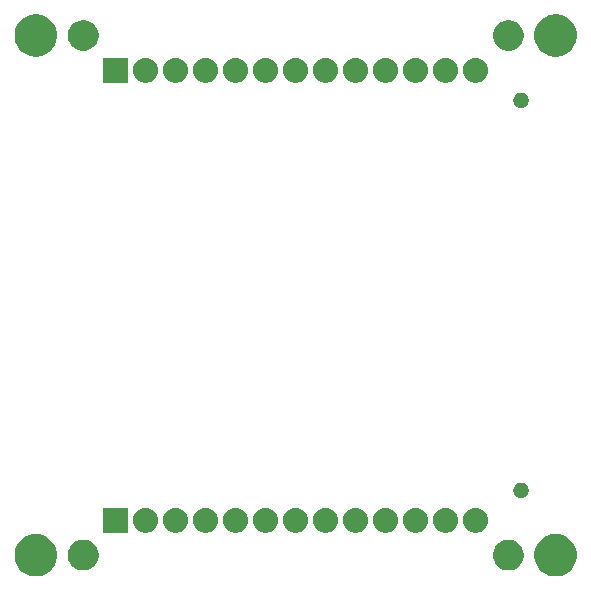
<source format=gbr>
G04 #@! TF.GenerationSoftware,KiCad,Pcbnew,5.1.2-f72e74a~84~ubuntu18.04.1*
G04 #@! TF.CreationDate,2019-07-12T15:11:00+09:00*
G04 #@! TF.ProjectId,bottom_pcb,626f7474-6f6d-45f7-9063-622e6b696361,rev?*
G04 #@! TF.SameCoordinates,Original*
G04 #@! TF.FileFunction,Soldermask,Top*
G04 #@! TF.FilePolarity,Negative*
%FSLAX46Y46*%
G04 Gerber Fmt 4.6, Leading zero omitted, Abs format (unit mm)*
G04 Created by KiCad (PCBNEW 5.1.2-f72e74a~84~ubuntu18.04.1) date 2019-07-12 15:11:00*
%MOMM*%
%LPD*%
G04 APERTURE LIST*
%ADD10C,0.100000*%
G04 APERTURE END LIST*
D10*
G36*
X147351163Y-95234587D02*
G01*
X147525041Y-95269173D01*
X147852620Y-95404861D01*
X148147433Y-95601849D01*
X148398151Y-95852567D01*
X148595139Y-96147380D01*
X148730827Y-96474959D01*
X148800000Y-96822716D01*
X148800000Y-97177284D01*
X148730827Y-97525041D01*
X148595139Y-97852620D01*
X148398151Y-98147433D01*
X148147433Y-98398151D01*
X147852620Y-98595139D01*
X147525041Y-98730827D01*
X147351162Y-98765414D01*
X147177286Y-98800000D01*
X146822714Y-98800000D01*
X146648837Y-98765413D01*
X146474959Y-98730827D01*
X146147380Y-98595139D01*
X145852567Y-98398151D01*
X145601849Y-98147433D01*
X145404861Y-97852620D01*
X145269173Y-97525041D01*
X145200000Y-97177284D01*
X145200000Y-96822716D01*
X145269173Y-96474959D01*
X145404861Y-96147380D01*
X145601849Y-95852567D01*
X145852567Y-95601849D01*
X146147380Y-95404861D01*
X146474959Y-95269173D01*
X146648838Y-95234586D01*
X146822714Y-95200000D01*
X147177286Y-95200000D01*
X147351163Y-95234587D01*
X147351163Y-95234587D01*
G37*
G36*
X103351163Y-95234587D02*
G01*
X103525041Y-95269173D01*
X103852620Y-95404861D01*
X104147433Y-95601849D01*
X104398151Y-95852567D01*
X104595139Y-96147380D01*
X104730827Y-96474959D01*
X104800000Y-96822716D01*
X104800000Y-97177284D01*
X104730827Y-97525041D01*
X104595139Y-97852620D01*
X104398151Y-98147433D01*
X104147433Y-98398151D01*
X103852620Y-98595139D01*
X103525041Y-98730827D01*
X103351162Y-98765414D01*
X103177286Y-98800000D01*
X102822714Y-98800000D01*
X102648837Y-98765413D01*
X102474959Y-98730827D01*
X102147380Y-98595139D01*
X101852567Y-98398151D01*
X101601849Y-98147433D01*
X101404861Y-97852620D01*
X101269173Y-97525041D01*
X101200000Y-97177284D01*
X101200000Y-96822716D01*
X101269173Y-96474959D01*
X101404861Y-96147380D01*
X101601849Y-95852567D01*
X101852567Y-95601849D01*
X102147380Y-95404861D01*
X102474959Y-95269173D01*
X102648838Y-95234586D01*
X102822714Y-95200000D01*
X103177286Y-95200000D01*
X103351163Y-95234587D01*
X103351163Y-95234587D01*
G37*
G36*
X107253617Y-95724979D02*
G01*
X107379196Y-95749958D01*
X107615781Y-95847955D01*
X107828702Y-95990224D01*
X108009776Y-96171298D01*
X108152045Y-96384219D01*
X108250042Y-96620804D01*
X108300000Y-96871961D01*
X108300000Y-97128039D01*
X108250042Y-97379196D01*
X108152045Y-97615781D01*
X108009776Y-97828702D01*
X107828702Y-98009776D01*
X107615781Y-98152045D01*
X107379196Y-98250042D01*
X107128040Y-98300000D01*
X106871960Y-98300000D01*
X106746383Y-98275021D01*
X106620804Y-98250042D01*
X106384219Y-98152045D01*
X106171298Y-98009776D01*
X105990224Y-97828702D01*
X105847955Y-97615781D01*
X105749958Y-97379196D01*
X105700000Y-97128039D01*
X105700000Y-96871961D01*
X105749958Y-96620804D01*
X105847955Y-96384219D01*
X105990224Y-96171298D01*
X106171298Y-95990224D01*
X106384219Y-95847955D01*
X106620804Y-95749958D01*
X106746383Y-95724979D01*
X106871960Y-95700000D01*
X107128040Y-95700000D01*
X107253617Y-95724979D01*
X107253617Y-95724979D01*
G37*
G36*
X143253617Y-95724979D02*
G01*
X143379196Y-95749958D01*
X143615781Y-95847955D01*
X143828702Y-95990224D01*
X144009776Y-96171298D01*
X144152045Y-96384219D01*
X144250042Y-96620804D01*
X144300000Y-96871961D01*
X144300000Y-97128039D01*
X144250042Y-97379196D01*
X144152045Y-97615781D01*
X144009776Y-97828702D01*
X143828702Y-98009776D01*
X143615781Y-98152045D01*
X143379196Y-98250042D01*
X143128040Y-98300000D01*
X142871960Y-98300000D01*
X142746383Y-98275021D01*
X142620804Y-98250042D01*
X142384219Y-98152045D01*
X142171298Y-98009776D01*
X141990224Y-97828702D01*
X141847955Y-97615781D01*
X141749958Y-97379196D01*
X141700000Y-97128039D01*
X141700000Y-96871961D01*
X141749958Y-96620804D01*
X141847955Y-96384219D01*
X141990224Y-96171298D01*
X142171298Y-95990224D01*
X142384219Y-95847955D01*
X142620804Y-95749958D01*
X142746383Y-95724979D01*
X142871960Y-95700000D01*
X143128040Y-95700000D01*
X143253617Y-95724979D01*
X143253617Y-95724979D01*
G37*
G36*
X125118707Y-93007596D02*
G01*
X125195836Y-93015193D01*
X125393762Y-93075233D01*
X125393765Y-93075234D01*
X125576170Y-93172732D01*
X125736055Y-93303945D01*
X125867268Y-93463830D01*
X125964766Y-93646235D01*
X125964767Y-93646238D01*
X126024807Y-93844164D01*
X126045080Y-94050000D01*
X126024807Y-94255836D01*
X125964767Y-94453762D01*
X125964766Y-94453765D01*
X125867268Y-94636170D01*
X125736055Y-94796055D01*
X125576170Y-94927268D01*
X125393765Y-95024766D01*
X125393762Y-95024767D01*
X125195836Y-95084807D01*
X125118707Y-95092403D01*
X125041580Y-95100000D01*
X124938420Y-95100000D01*
X124861293Y-95092403D01*
X124784164Y-95084807D01*
X124586238Y-95024767D01*
X124586235Y-95024766D01*
X124403830Y-94927268D01*
X124243945Y-94796055D01*
X124112732Y-94636170D01*
X124015234Y-94453765D01*
X124015233Y-94453762D01*
X123955193Y-94255836D01*
X123934920Y-94050000D01*
X123955193Y-93844164D01*
X124015233Y-93646238D01*
X124015234Y-93646235D01*
X124112732Y-93463830D01*
X124243945Y-93303945D01*
X124403830Y-93172732D01*
X124586235Y-93075234D01*
X124586238Y-93075233D01*
X124784164Y-93015193D01*
X124861293Y-93007596D01*
X124938420Y-93000000D01*
X125041580Y-93000000D01*
X125118707Y-93007596D01*
X125118707Y-93007596D01*
G37*
G36*
X110800000Y-95100000D02*
G01*
X108700000Y-95100000D01*
X108700000Y-93000000D01*
X110800000Y-93000000D01*
X110800000Y-95100000D01*
X110800000Y-95100000D01*
G37*
G36*
X112418707Y-93007596D02*
G01*
X112495836Y-93015193D01*
X112693762Y-93075233D01*
X112693765Y-93075234D01*
X112876170Y-93172732D01*
X113036055Y-93303945D01*
X113167268Y-93463830D01*
X113264766Y-93646235D01*
X113264767Y-93646238D01*
X113324807Y-93844164D01*
X113345080Y-94050000D01*
X113324807Y-94255836D01*
X113264767Y-94453762D01*
X113264766Y-94453765D01*
X113167268Y-94636170D01*
X113036055Y-94796055D01*
X112876170Y-94927268D01*
X112693765Y-95024766D01*
X112693762Y-95024767D01*
X112495836Y-95084807D01*
X112418707Y-95092403D01*
X112341580Y-95100000D01*
X112238420Y-95100000D01*
X112161293Y-95092403D01*
X112084164Y-95084807D01*
X111886238Y-95024767D01*
X111886235Y-95024766D01*
X111703830Y-94927268D01*
X111543945Y-94796055D01*
X111412732Y-94636170D01*
X111315234Y-94453765D01*
X111315233Y-94453762D01*
X111255193Y-94255836D01*
X111234920Y-94050000D01*
X111255193Y-93844164D01*
X111315233Y-93646238D01*
X111315234Y-93646235D01*
X111412732Y-93463830D01*
X111543945Y-93303945D01*
X111703830Y-93172732D01*
X111886235Y-93075234D01*
X111886238Y-93075233D01*
X112084164Y-93015193D01*
X112161293Y-93007596D01*
X112238420Y-93000000D01*
X112341580Y-93000000D01*
X112418707Y-93007596D01*
X112418707Y-93007596D01*
G37*
G36*
X114958707Y-93007596D02*
G01*
X115035836Y-93015193D01*
X115233762Y-93075233D01*
X115233765Y-93075234D01*
X115416170Y-93172732D01*
X115576055Y-93303945D01*
X115707268Y-93463830D01*
X115804766Y-93646235D01*
X115804767Y-93646238D01*
X115864807Y-93844164D01*
X115885080Y-94050000D01*
X115864807Y-94255836D01*
X115804767Y-94453762D01*
X115804766Y-94453765D01*
X115707268Y-94636170D01*
X115576055Y-94796055D01*
X115416170Y-94927268D01*
X115233765Y-95024766D01*
X115233762Y-95024767D01*
X115035836Y-95084807D01*
X114958707Y-95092403D01*
X114881580Y-95100000D01*
X114778420Y-95100000D01*
X114701293Y-95092403D01*
X114624164Y-95084807D01*
X114426238Y-95024767D01*
X114426235Y-95024766D01*
X114243830Y-94927268D01*
X114083945Y-94796055D01*
X113952732Y-94636170D01*
X113855234Y-94453765D01*
X113855233Y-94453762D01*
X113795193Y-94255836D01*
X113774920Y-94050000D01*
X113795193Y-93844164D01*
X113855233Y-93646238D01*
X113855234Y-93646235D01*
X113952732Y-93463830D01*
X114083945Y-93303945D01*
X114243830Y-93172732D01*
X114426235Y-93075234D01*
X114426238Y-93075233D01*
X114624164Y-93015193D01*
X114701293Y-93007596D01*
X114778420Y-93000000D01*
X114881580Y-93000000D01*
X114958707Y-93007596D01*
X114958707Y-93007596D01*
G37*
G36*
X117498707Y-93007596D02*
G01*
X117575836Y-93015193D01*
X117773762Y-93075233D01*
X117773765Y-93075234D01*
X117956170Y-93172732D01*
X118116055Y-93303945D01*
X118247268Y-93463830D01*
X118344766Y-93646235D01*
X118344767Y-93646238D01*
X118404807Y-93844164D01*
X118425080Y-94050000D01*
X118404807Y-94255836D01*
X118344767Y-94453762D01*
X118344766Y-94453765D01*
X118247268Y-94636170D01*
X118116055Y-94796055D01*
X117956170Y-94927268D01*
X117773765Y-95024766D01*
X117773762Y-95024767D01*
X117575836Y-95084807D01*
X117498707Y-95092403D01*
X117421580Y-95100000D01*
X117318420Y-95100000D01*
X117241293Y-95092403D01*
X117164164Y-95084807D01*
X116966238Y-95024767D01*
X116966235Y-95024766D01*
X116783830Y-94927268D01*
X116623945Y-94796055D01*
X116492732Y-94636170D01*
X116395234Y-94453765D01*
X116395233Y-94453762D01*
X116335193Y-94255836D01*
X116314920Y-94050000D01*
X116335193Y-93844164D01*
X116395233Y-93646238D01*
X116395234Y-93646235D01*
X116492732Y-93463830D01*
X116623945Y-93303945D01*
X116783830Y-93172732D01*
X116966235Y-93075234D01*
X116966238Y-93075233D01*
X117164164Y-93015193D01*
X117241293Y-93007596D01*
X117318420Y-93000000D01*
X117421580Y-93000000D01*
X117498707Y-93007596D01*
X117498707Y-93007596D01*
G37*
G36*
X120038707Y-93007596D02*
G01*
X120115836Y-93015193D01*
X120313762Y-93075233D01*
X120313765Y-93075234D01*
X120496170Y-93172732D01*
X120656055Y-93303945D01*
X120787268Y-93463830D01*
X120884766Y-93646235D01*
X120884767Y-93646238D01*
X120944807Y-93844164D01*
X120965080Y-94050000D01*
X120944807Y-94255836D01*
X120884767Y-94453762D01*
X120884766Y-94453765D01*
X120787268Y-94636170D01*
X120656055Y-94796055D01*
X120496170Y-94927268D01*
X120313765Y-95024766D01*
X120313762Y-95024767D01*
X120115836Y-95084807D01*
X120038707Y-95092403D01*
X119961580Y-95100000D01*
X119858420Y-95100000D01*
X119781293Y-95092403D01*
X119704164Y-95084807D01*
X119506238Y-95024767D01*
X119506235Y-95024766D01*
X119323830Y-94927268D01*
X119163945Y-94796055D01*
X119032732Y-94636170D01*
X118935234Y-94453765D01*
X118935233Y-94453762D01*
X118875193Y-94255836D01*
X118854920Y-94050000D01*
X118875193Y-93844164D01*
X118935233Y-93646238D01*
X118935234Y-93646235D01*
X119032732Y-93463830D01*
X119163945Y-93303945D01*
X119323830Y-93172732D01*
X119506235Y-93075234D01*
X119506238Y-93075233D01*
X119704164Y-93015193D01*
X119781293Y-93007596D01*
X119858420Y-93000000D01*
X119961580Y-93000000D01*
X120038707Y-93007596D01*
X120038707Y-93007596D01*
G37*
G36*
X122578707Y-93007596D02*
G01*
X122655836Y-93015193D01*
X122853762Y-93075233D01*
X122853765Y-93075234D01*
X123036170Y-93172732D01*
X123196055Y-93303945D01*
X123327268Y-93463830D01*
X123424766Y-93646235D01*
X123424767Y-93646238D01*
X123484807Y-93844164D01*
X123505080Y-94050000D01*
X123484807Y-94255836D01*
X123424767Y-94453762D01*
X123424766Y-94453765D01*
X123327268Y-94636170D01*
X123196055Y-94796055D01*
X123036170Y-94927268D01*
X122853765Y-95024766D01*
X122853762Y-95024767D01*
X122655836Y-95084807D01*
X122578707Y-95092403D01*
X122501580Y-95100000D01*
X122398420Y-95100000D01*
X122321293Y-95092403D01*
X122244164Y-95084807D01*
X122046238Y-95024767D01*
X122046235Y-95024766D01*
X121863830Y-94927268D01*
X121703945Y-94796055D01*
X121572732Y-94636170D01*
X121475234Y-94453765D01*
X121475233Y-94453762D01*
X121415193Y-94255836D01*
X121394920Y-94050000D01*
X121415193Y-93844164D01*
X121475233Y-93646238D01*
X121475234Y-93646235D01*
X121572732Y-93463830D01*
X121703945Y-93303945D01*
X121863830Y-93172732D01*
X122046235Y-93075234D01*
X122046238Y-93075233D01*
X122244164Y-93015193D01*
X122321293Y-93007596D01*
X122398420Y-93000000D01*
X122501580Y-93000000D01*
X122578707Y-93007596D01*
X122578707Y-93007596D01*
G37*
G36*
X127658707Y-93007596D02*
G01*
X127735836Y-93015193D01*
X127933762Y-93075233D01*
X127933765Y-93075234D01*
X128116170Y-93172732D01*
X128276055Y-93303945D01*
X128407268Y-93463830D01*
X128504766Y-93646235D01*
X128504767Y-93646238D01*
X128564807Y-93844164D01*
X128585080Y-94050000D01*
X128564807Y-94255836D01*
X128504767Y-94453762D01*
X128504766Y-94453765D01*
X128407268Y-94636170D01*
X128276055Y-94796055D01*
X128116170Y-94927268D01*
X127933765Y-95024766D01*
X127933762Y-95024767D01*
X127735836Y-95084807D01*
X127658707Y-95092403D01*
X127581580Y-95100000D01*
X127478420Y-95100000D01*
X127401293Y-95092403D01*
X127324164Y-95084807D01*
X127126238Y-95024767D01*
X127126235Y-95024766D01*
X126943830Y-94927268D01*
X126783945Y-94796055D01*
X126652732Y-94636170D01*
X126555234Y-94453765D01*
X126555233Y-94453762D01*
X126495193Y-94255836D01*
X126474920Y-94050000D01*
X126495193Y-93844164D01*
X126555233Y-93646238D01*
X126555234Y-93646235D01*
X126652732Y-93463830D01*
X126783945Y-93303945D01*
X126943830Y-93172732D01*
X127126235Y-93075234D01*
X127126238Y-93075233D01*
X127324164Y-93015193D01*
X127401293Y-93007596D01*
X127478420Y-93000000D01*
X127581580Y-93000000D01*
X127658707Y-93007596D01*
X127658707Y-93007596D01*
G37*
G36*
X130198707Y-93007596D02*
G01*
X130275836Y-93015193D01*
X130473762Y-93075233D01*
X130473765Y-93075234D01*
X130656170Y-93172732D01*
X130816055Y-93303945D01*
X130947268Y-93463830D01*
X131044766Y-93646235D01*
X131044767Y-93646238D01*
X131104807Y-93844164D01*
X131125080Y-94050000D01*
X131104807Y-94255836D01*
X131044767Y-94453762D01*
X131044766Y-94453765D01*
X130947268Y-94636170D01*
X130816055Y-94796055D01*
X130656170Y-94927268D01*
X130473765Y-95024766D01*
X130473762Y-95024767D01*
X130275836Y-95084807D01*
X130198707Y-95092403D01*
X130121580Y-95100000D01*
X130018420Y-95100000D01*
X129941293Y-95092403D01*
X129864164Y-95084807D01*
X129666238Y-95024767D01*
X129666235Y-95024766D01*
X129483830Y-94927268D01*
X129323945Y-94796055D01*
X129192732Y-94636170D01*
X129095234Y-94453765D01*
X129095233Y-94453762D01*
X129035193Y-94255836D01*
X129014920Y-94050000D01*
X129035193Y-93844164D01*
X129095233Y-93646238D01*
X129095234Y-93646235D01*
X129192732Y-93463830D01*
X129323945Y-93303945D01*
X129483830Y-93172732D01*
X129666235Y-93075234D01*
X129666238Y-93075233D01*
X129864164Y-93015193D01*
X129941293Y-93007596D01*
X130018420Y-93000000D01*
X130121580Y-93000000D01*
X130198707Y-93007596D01*
X130198707Y-93007596D01*
G37*
G36*
X135278707Y-93007596D02*
G01*
X135355836Y-93015193D01*
X135553762Y-93075233D01*
X135553765Y-93075234D01*
X135736170Y-93172732D01*
X135896055Y-93303945D01*
X136027268Y-93463830D01*
X136124766Y-93646235D01*
X136124767Y-93646238D01*
X136184807Y-93844164D01*
X136205080Y-94050000D01*
X136184807Y-94255836D01*
X136124767Y-94453762D01*
X136124766Y-94453765D01*
X136027268Y-94636170D01*
X135896055Y-94796055D01*
X135736170Y-94927268D01*
X135553765Y-95024766D01*
X135553762Y-95024767D01*
X135355836Y-95084807D01*
X135278707Y-95092403D01*
X135201580Y-95100000D01*
X135098420Y-95100000D01*
X135021293Y-95092403D01*
X134944164Y-95084807D01*
X134746238Y-95024767D01*
X134746235Y-95024766D01*
X134563830Y-94927268D01*
X134403945Y-94796055D01*
X134272732Y-94636170D01*
X134175234Y-94453765D01*
X134175233Y-94453762D01*
X134115193Y-94255836D01*
X134094920Y-94050000D01*
X134115193Y-93844164D01*
X134175233Y-93646238D01*
X134175234Y-93646235D01*
X134272732Y-93463830D01*
X134403945Y-93303945D01*
X134563830Y-93172732D01*
X134746235Y-93075234D01*
X134746238Y-93075233D01*
X134944164Y-93015193D01*
X135021293Y-93007596D01*
X135098420Y-93000000D01*
X135201580Y-93000000D01*
X135278707Y-93007596D01*
X135278707Y-93007596D01*
G37*
G36*
X137818707Y-93007596D02*
G01*
X137895836Y-93015193D01*
X138093762Y-93075233D01*
X138093765Y-93075234D01*
X138276170Y-93172732D01*
X138436055Y-93303945D01*
X138567268Y-93463830D01*
X138664766Y-93646235D01*
X138664767Y-93646238D01*
X138724807Y-93844164D01*
X138745080Y-94050000D01*
X138724807Y-94255836D01*
X138664767Y-94453762D01*
X138664766Y-94453765D01*
X138567268Y-94636170D01*
X138436055Y-94796055D01*
X138276170Y-94927268D01*
X138093765Y-95024766D01*
X138093762Y-95024767D01*
X137895836Y-95084807D01*
X137818707Y-95092403D01*
X137741580Y-95100000D01*
X137638420Y-95100000D01*
X137561293Y-95092403D01*
X137484164Y-95084807D01*
X137286238Y-95024767D01*
X137286235Y-95024766D01*
X137103830Y-94927268D01*
X136943945Y-94796055D01*
X136812732Y-94636170D01*
X136715234Y-94453765D01*
X136715233Y-94453762D01*
X136655193Y-94255836D01*
X136634920Y-94050000D01*
X136655193Y-93844164D01*
X136715233Y-93646238D01*
X136715234Y-93646235D01*
X136812732Y-93463830D01*
X136943945Y-93303945D01*
X137103830Y-93172732D01*
X137286235Y-93075234D01*
X137286238Y-93075233D01*
X137484164Y-93015193D01*
X137561293Y-93007596D01*
X137638420Y-93000000D01*
X137741580Y-93000000D01*
X137818707Y-93007596D01*
X137818707Y-93007596D01*
G37*
G36*
X132738707Y-93007596D02*
G01*
X132815836Y-93015193D01*
X133013762Y-93075233D01*
X133013765Y-93075234D01*
X133196170Y-93172732D01*
X133356055Y-93303945D01*
X133487268Y-93463830D01*
X133584766Y-93646235D01*
X133584767Y-93646238D01*
X133644807Y-93844164D01*
X133665080Y-94050000D01*
X133644807Y-94255836D01*
X133584767Y-94453762D01*
X133584766Y-94453765D01*
X133487268Y-94636170D01*
X133356055Y-94796055D01*
X133196170Y-94927268D01*
X133013765Y-95024766D01*
X133013762Y-95024767D01*
X132815836Y-95084807D01*
X132738707Y-95092403D01*
X132661580Y-95100000D01*
X132558420Y-95100000D01*
X132481293Y-95092403D01*
X132404164Y-95084807D01*
X132206238Y-95024767D01*
X132206235Y-95024766D01*
X132023830Y-94927268D01*
X131863945Y-94796055D01*
X131732732Y-94636170D01*
X131635234Y-94453765D01*
X131635233Y-94453762D01*
X131575193Y-94255836D01*
X131554920Y-94050000D01*
X131575193Y-93844164D01*
X131635233Y-93646238D01*
X131635234Y-93646235D01*
X131732732Y-93463830D01*
X131863945Y-93303945D01*
X132023830Y-93172732D01*
X132206235Y-93075234D01*
X132206238Y-93075233D01*
X132404164Y-93015193D01*
X132481293Y-93007596D01*
X132558420Y-93000000D01*
X132661580Y-93000000D01*
X132738707Y-93007596D01*
X132738707Y-93007596D01*
G37*
G36*
X140358707Y-93007596D02*
G01*
X140435836Y-93015193D01*
X140633762Y-93075233D01*
X140633765Y-93075234D01*
X140816170Y-93172732D01*
X140976055Y-93303945D01*
X141107268Y-93463830D01*
X141204766Y-93646235D01*
X141204767Y-93646238D01*
X141264807Y-93844164D01*
X141285080Y-94050000D01*
X141264807Y-94255836D01*
X141204767Y-94453762D01*
X141204766Y-94453765D01*
X141107268Y-94636170D01*
X140976055Y-94796055D01*
X140816170Y-94927268D01*
X140633765Y-95024766D01*
X140633762Y-95024767D01*
X140435836Y-95084807D01*
X140358707Y-95092403D01*
X140281580Y-95100000D01*
X140178420Y-95100000D01*
X140101293Y-95092403D01*
X140024164Y-95084807D01*
X139826238Y-95024767D01*
X139826235Y-95024766D01*
X139643830Y-94927268D01*
X139483945Y-94796055D01*
X139352732Y-94636170D01*
X139255234Y-94453765D01*
X139255233Y-94453762D01*
X139195193Y-94255836D01*
X139174920Y-94050000D01*
X139195193Y-93844164D01*
X139255233Y-93646238D01*
X139255234Y-93646235D01*
X139352732Y-93463830D01*
X139483945Y-93303945D01*
X139643830Y-93172732D01*
X139826235Y-93075234D01*
X139826238Y-93075233D01*
X140024164Y-93015193D01*
X140101293Y-93007596D01*
X140178420Y-93000000D01*
X140281580Y-93000000D01*
X140358707Y-93007596D01*
X140358707Y-93007596D01*
G37*
G36*
X144221738Y-90876653D02*
G01*
X144263598Y-90884979D01*
X144312596Y-90905275D01*
X144381889Y-90933977D01*
X144381890Y-90933978D01*
X144488351Y-91005112D01*
X144578888Y-91095649D01*
X144626418Y-91166784D01*
X144650023Y-91202111D01*
X144699021Y-91320403D01*
X144724000Y-91445979D01*
X144724000Y-91574021D01*
X144699021Y-91699597D01*
X144650023Y-91817889D01*
X144650022Y-91817890D01*
X144578888Y-91924351D01*
X144488351Y-92014888D01*
X144417216Y-92062418D01*
X144381889Y-92086023D01*
X144312596Y-92114725D01*
X144263598Y-92135021D01*
X144221738Y-92143347D01*
X144138021Y-92160000D01*
X144009979Y-92160000D01*
X143926262Y-92143347D01*
X143884402Y-92135021D01*
X143835404Y-92114725D01*
X143766111Y-92086023D01*
X143730784Y-92062418D01*
X143659649Y-92014888D01*
X143569112Y-91924351D01*
X143497978Y-91817890D01*
X143497977Y-91817889D01*
X143448979Y-91699597D01*
X143424000Y-91574021D01*
X143424000Y-91445979D01*
X143448979Y-91320403D01*
X143497977Y-91202111D01*
X143521582Y-91166784D01*
X143569112Y-91095649D01*
X143659649Y-91005112D01*
X143766110Y-90933978D01*
X143766111Y-90933977D01*
X143835404Y-90905275D01*
X143884402Y-90884979D01*
X143926262Y-90876653D01*
X144009979Y-90860000D01*
X144138021Y-90860000D01*
X144221738Y-90876653D01*
X144221738Y-90876653D01*
G37*
G36*
X144221738Y-57856653D02*
G01*
X144263598Y-57864979D01*
X144312596Y-57885275D01*
X144381889Y-57913977D01*
X144381890Y-57913978D01*
X144488351Y-57985112D01*
X144578888Y-58075649D01*
X144626418Y-58146784D01*
X144650023Y-58182111D01*
X144699021Y-58300403D01*
X144724000Y-58425979D01*
X144724000Y-58554021D01*
X144699021Y-58679597D01*
X144650023Y-58797889D01*
X144650022Y-58797890D01*
X144578888Y-58904351D01*
X144488351Y-58994888D01*
X144417216Y-59042418D01*
X144381889Y-59066023D01*
X144312596Y-59094725D01*
X144263598Y-59115021D01*
X144221738Y-59123347D01*
X144138021Y-59140000D01*
X144009979Y-59140000D01*
X143926262Y-59123347D01*
X143884402Y-59115021D01*
X143835404Y-59094725D01*
X143766111Y-59066023D01*
X143730784Y-59042418D01*
X143659649Y-58994888D01*
X143569112Y-58904351D01*
X143497978Y-58797890D01*
X143497977Y-58797889D01*
X143448979Y-58679597D01*
X143424000Y-58554021D01*
X143424000Y-58425979D01*
X143448979Y-58300403D01*
X143497977Y-58182111D01*
X143521582Y-58146784D01*
X143569112Y-58075649D01*
X143659649Y-57985112D01*
X143766110Y-57913978D01*
X143766111Y-57913977D01*
X143835404Y-57885275D01*
X143884402Y-57864979D01*
X143926262Y-57856653D01*
X144009979Y-57840000D01*
X144138021Y-57840000D01*
X144221738Y-57856653D01*
X144221738Y-57856653D01*
G37*
G36*
X140358707Y-54907596D02*
G01*
X140435836Y-54915193D01*
X140633762Y-54975233D01*
X140633765Y-54975234D01*
X140816170Y-55072732D01*
X140976055Y-55203945D01*
X141107268Y-55363830D01*
X141204766Y-55546235D01*
X141204767Y-55546238D01*
X141264807Y-55744164D01*
X141285080Y-55950000D01*
X141264807Y-56155836D01*
X141204767Y-56353762D01*
X141204766Y-56353765D01*
X141107268Y-56536170D01*
X140976055Y-56696055D01*
X140816170Y-56827268D01*
X140633765Y-56924766D01*
X140633762Y-56924767D01*
X140435836Y-56984807D01*
X140358707Y-56992403D01*
X140281580Y-57000000D01*
X140178420Y-57000000D01*
X140101293Y-56992403D01*
X140024164Y-56984807D01*
X139826238Y-56924767D01*
X139826235Y-56924766D01*
X139643830Y-56827268D01*
X139483945Y-56696055D01*
X139352732Y-56536170D01*
X139255234Y-56353765D01*
X139255233Y-56353762D01*
X139195193Y-56155836D01*
X139174920Y-55950000D01*
X139195193Y-55744164D01*
X139255233Y-55546238D01*
X139255234Y-55546235D01*
X139352732Y-55363830D01*
X139483945Y-55203945D01*
X139643830Y-55072732D01*
X139826235Y-54975234D01*
X139826238Y-54975233D01*
X140024164Y-54915193D01*
X140101293Y-54907596D01*
X140178420Y-54900000D01*
X140281580Y-54900000D01*
X140358707Y-54907596D01*
X140358707Y-54907596D01*
G37*
G36*
X117498707Y-54907596D02*
G01*
X117575836Y-54915193D01*
X117773762Y-54975233D01*
X117773765Y-54975234D01*
X117956170Y-55072732D01*
X118116055Y-55203945D01*
X118247268Y-55363830D01*
X118344766Y-55546235D01*
X118344767Y-55546238D01*
X118404807Y-55744164D01*
X118425080Y-55950000D01*
X118404807Y-56155836D01*
X118344767Y-56353762D01*
X118344766Y-56353765D01*
X118247268Y-56536170D01*
X118116055Y-56696055D01*
X117956170Y-56827268D01*
X117773765Y-56924766D01*
X117773762Y-56924767D01*
X117575836Y-56984807D01*
X117498707Y-56992403D01*
X117421580Y-57000000D01*
X117318420Y-57000000D01*
X117241293Y-56992403D01*
X117164164Y-56984807D01*
X116966238Y-56924767D01*
X116966235Y-56924766D01*
X116783830Y-56827268D01*
X116623945Y-56696055D01*
X116492732Y-56536170D01*
X116395234Y-56353765D01*
X116395233Y-56353762D01*
X116335193Y-56155836D01*
X116314920Y-55950000D01*
X116335193Y-55744164D01*
X116395233Y-55546238D01*
X116395234Y-55546235D01*
X116492732Y-55363830D01*
X116623945Y-55203945D01*
X116783830Y-55072732D01*
X116966235Y-54975234D01*
X116966238Y-54975233D01*
X117164164Y-54915193D01*
X117241293Y-54907596D01*
X117318420Y-54900000D01*
X117421580Y-54900000D01*
X117498707Y-54907596D01*
X117498707Y-54907596D01*
G37*
G36*
X122578707Y-54907596D02*
G01*
X122655836Y-54915193D01*
X122853762Y-54975233D01*
X122853765Y-54975234D01*
X123036170Y-55072732D01*
X123196055Y-55203945D01*
X123327268Y-55363830D01*
X123424766Y-55546235D01*
X123424767Y-55546238D01*
X123484807Y-55744164D01*
X123505080Y-55950000D01*
X123484807Y-56155836D01*
X123424767Y-56353762D01*
X123424766Y-56353765D01*
X123327268Y-56536170D01*
X123196055Y-56696055D01*
X123036170Y-56827268D01*
X122853765Y-56924766D01*
X122853762Y-56924767D01*
X122655836Y-56984807D01*
X122578707Y-56992403D01*
X122501580Y-57000000D01*
X122398420Y-57000000D01*
X122321293Y-56992403D01*
X122244164Y-56984807D01*
X122046238Y-56924767D01*
X122046235Y-56924766D01*
X121863830Y-56827268D01*
X121703945Y-56696055D01*
X121572732Y-56536170D01*
X121475234Y-56353765D01*
X121475233Y-56353762D01*
X121415193Y-56155836D01*
X121394920Y-55950000D01*
X121415193Y-55744164D01*
X121475233Y-55546238D01*
X121475234Y-55546235D01*
X121572732Y-55363830D01*
X121703945Y-55203945D01*
X121863830Y-55072732D01*
X122046235Y-54975234D01*
X122046238Y-54975233D01*
X122244164Y-54915193D01*
X122321293Y-54907596D01*
X122398420Y-54900000D01*
X122501580Y-54900000D01*
X122578707Y-54907596D01*
X122578707Y-54907596D01*
G37*
G36*
X125118707Y-54907596D02*
G01*
X125195836Y-54915193D01*
X125393762Y-54975233D01*
X125393765Y-54975234D01*
X125576170Y-55072732D01*
X125736055Y-55203945D01*
X125867268Y-55363830D01*
X125964766Y-55546235D01*
X125964767Y-55546238D01*
X126024807Y-55744164D01*
X126045080Y-55950000D01*
X126024807Y-56155836D01*
X125964767Y-56353762D01*
X125964766Y-56353765D01*
X125867268Y-56536170D01*
X125736055Y-56696055D01*
X125576170Y-56827268D01*
X125393765Y-56924766D01*
X125393762Y-56924767D01*
X125195836Y-56984807D01*
X125118707Y-56992403D01*
X125041580Y-57000000D01*
X124938420Y-57000000D01*
X124861293Y-56992403D01*
X124784164Y-56984807D01*
X124586238Y-56924767D01*
X124586235Y-56924766D01*
X124403830Y-56827268D01*
X124243945Y-56696055D01*
X124112732Y-56536170D01*
X124015234Y-56353765D01*
X124015233Y-56353762D01*
X123955193Y-56155836D01*
X123934920Y-55950000D01*
X123955193Y-55744164D01*
X124015233Y-55546238D01*
X124015234Y-55546235D01*
X124112732Y-55363830D01*
X124243945Y-55203945D01*
X124403830Y-55072732D01*
X124586235Y-54975234D01*
X124586238Y-54975233D01*
X124784164Y-54915193D01*
X124861293Y-54907596D01*
X124938420Y-54900000D01*
X125041580Y-54900000D01*
X125118707Y-54907596D01*
X125118707Y-54907596D01*
G37*
G36*
X120038707Y-54907596D02*
G01*
X120115836Y-54915193D01*
X120313762Y-54975233D01*
X120313765Y-54975234D01*
X120496170Y-55072732D01*
X120656055Y-55203945D01*
X120787268Y-55363830D01*
X120884766Y-55546235D01*
X120884767Y-55546238D01*
X120944807Y-55744164D01*
X120965080Y-55950000D01*
X120944807Y-56155836D01*
X120884767Y-56353762D01*
X120884766Y-56353765D01*
X120787268Y-56536170D01*
X120656055Y-56696055D01*
X120496170Y-56827268D01*
X120313765Y-56924766D01*
X120313762Y-56924767D01*
X120115836Y-56984807D01*
X120038707Y-56992403D01*
X119961580Y-57000000D01*
X119858420Y-57000000D01*
X119781293Y-56992403D01*
X119704164Y-56984807D01*
X119506238Y-56924767D01*
X119506235Y-56924766D01*
X119323830Y-56827268D01*
X119163945Y-56696055D01*
X119032732Y-56536170D01*
X118935234Y-56353765D01*
X118935233Y-56353762D01*
X118875193Y-56155836D01*
X118854920Y-55950000D01*
X118875193Y-55744164D01*
X118935233Y-55546238D01*
X118935234Y-55546235D01*
X119032732Y-55363830D01*
X119163945Y-55203945D01*
X119323830Y-55072732D01*
X119506235Y-54975234D01*
X119506238Y-54975233D01*
X119704164Y-54915193D01*
X119781293Y-54907596D01*
X119858420Y-54900000D01*
X119961580Y-54900000D01*
X120038707Y-54907596D01*
X120038707Y-54907596D01*
G37*
G36*
X127658707Y-54907596D02*
G01*
X127735836Y-54915193D01*
X127933762Y-54975233D01*
X127933765Y-54975234D01*
X128116170Y-55072732D01*
X128276055Y-55203945D01*
X128407268Y-55363830D01*
X128504766Y-55546235D01*
X128504767Y-55546238D01*
X128564807Y-55744164D01*
X128585080Y-55950000D01*
X128564807Y-56155836D01*
X128504767Y-56353762D01*
X128504766Y-56353765D01*
X128407268Y-56536170D01*
X128276055Y-56696055D01*
X128116170Y-56827268D01*
X127933765Y-56924766D01*
X127933762Y-56924767D01*
X127735836Y-56984807D01*
X127658707Y-56992403D01*
X127581580Y-57000000D01*
X127478420Y-57000000D01*
X127401293Y-56992403D01*
X127324164Y-56984807D01*
X127126238Y-56924767D01*
X127126235Y-56924766D01*
X126943830Y-56827268D01*
X126783945Y-56696055D01*
X126652732Y-56536170D01*
X126555234Y-56353765D01*
X126555233Y-56353762D01*
X126495193Y-56155836D01*
X126474920Y-55950000D01*
X126495193Y-55744164D01*
X126555233Y-55546238D01*
X126555234Y-55546235D01*
X126652732Y-55363830D01*
X126783945Y-55203945D01*
X126943830Y-55072732D01*
X127126235Y-54975234D01*
X127126238Y-54975233D01*
X127324164Y-54915193D01*
X127401293Y-54907596D01*
X127478420Y-54900000D01*
X127581580Y-54900000D01*
X127658707Y-54907596D01*
X127658707Y-54907596D01*
G37*
G36*
X112418707Y-54907596D02*
G01*
X112495836Y-54915193D01*
X112693762Y-54975233D01*
X112693765Y-54975234D01*
X112876170Y-55072732D01*
X113036055Y-55203945D01*
X113167268Y-55363830D01*
X113264766Y-55546235D01*
X113264767Y-55546238D01*
X113324807Y-55744164D01*
X113345080Y-55950000D01*
X113324807Y-56155836D01*
X113264767Y-56353762D01*
X113264766Y-56353765D01*
X113167268Y-56536170D01*
X113036055Y-56696055D01*
X112876170Y-56827268D01*
X112693765Y-56924766D01*
X112693762Y-56924767D01*
X112495836Y-56984807D01*
X112418707Y-56992403D01*
X112341580Y-57000000D01*
X112238420Y-57000000D01*
X112161293Y-56992403D01*
X112084164Y-56984807D01*
X111886238Y-56924767D01*
X111886235Y-56924766D01*
X111703830Y-56827268D01*
X111543945Y-56696055D01*
X111412732Y-56536170D01*
X111315234Y-56353765D01*
X111315233Y-56353762D01*
X111255193Y-56155836D01*
X111234920Y-55950000D01*
X111255193Y-55744164D01*
X111315233Y-55546238D01*
X111315234Y-55546235D01*
X111412732Y-55363830D01*
X111543945Y-55203945D01*
X111703830Y-55072732D01*
X111886235Y-54975234D01*
X111886238Y-54975233D01*
X112084164Y-54915193D01*
X112161293Y-54907596D01*
X112238420Y-54900000D01*
X112341580Y-54900000D01*
X112418707Y-54907596D01*
X112418707Y-54907596D01*
G37*
G36*
X110800000Y-57000000D02*
G01*
X108700000Y-57000000D01*
X108700000Y-54900000D01*
X110800000Y-54900000D01*
X110800000Y-57000000D01*
X110800000Y-57000000D01*
G37*
G36*
X130198707Y-54907596D02*
G01*
X130275836Y-54915193D01*
X130473762Y-54975233D01*
X130473765Y-54975234D01*
X130656170Y-55072732D01*
X130816055Y-55203945D01*
X130947268Y-55363830D01*
X131044766Y-55546235D01*
X131044767Y-55546238D01*
X131104807Y-55744164D01*
X131125080Y-55950000D01*
X131104807Y-56155836D01*
X131044767Y-56353762D01*
X131044766Y-56353765D01*
X130947268Y-56536170D01*
X130816055Y-56696055D01*
X130656170Y-56827268D01*
X130473765Y-56924766D01*
X130473762Y-56924767D01*
X130275836Y-56984807D01*
X130198707Y-56992403D01*
X130121580Y-57000000D01*
X130018420Y-57000000D01*
X129941293Y-56992403D01*
X129864164Y-56984807D01*
X129666238Y-56924767D01*
X129666235Y-56924766D01*
X129483830Y-56827268D01*
X129323945Y-56696055D01*
X129192732Y-56536170D01*
X129095234Y-56353765D01*
X129095233Y-56353762D01*
X129035193Y-56155836D01*
X129014920Y-55950000D01*
X129035193Y-55744164D01*
X129095233Y-55546238D01*
X129095234Y-55546235D01*
X129192732Y-55363830D01*
X129323945Y-55203945D01*
X129483830Y-55072732D01*
X129666235Y-54975234D01*
X129666238Y-54975233D01*
X129864164Y-54915193D01*
X129941293Y-54907596D01*
X130018420Y-54900000D01*
X130121580Y-54900000D01*
X130198707Y-54907596D01*
X130198707Y-54907596D01*
G37*
G36*
X132738707Y-54907596D02*
G01*
X132815836Y-54915193D01*
X133013762Y-54975233D01*
X133013765Y-54975234D01*
X133196170Y-55072732D01*
X133356055Y-55203945D01*
X133487268Y-55363830D01*
X133584766Y-55546235D01*
X133584767Y-55546238D01*
X133644807Y-55744164D01*
X133665080Y-55950000D01*
X133644807Y-56155836D01*
X133584767Y-56353762D01*
X133584766Y-56353765D01*
X133487268Y-56536170D01*
X133356055Y-56696055D01*
X133196170Y-56827268D01*
X133013765Y-56924766D01*
X133013762Y-56924767D01*
X132815836Y-56984807D01*
X132738707Y-56992403D01*
X132661580Y-57000000D01*
X132558420Y-57000000D01*
X132481293Y-56992403D01*
X132404164Y-56984807D01*
X132206238Y-56924767D01*
X132206235Y-56924766D01*
X132023830Y-56827268D01*
X131863945Y-56696055D01*
X131732732Y-56536170D01*
X131635234Y-56353765D01*
X131635233Y-56353762D01*
X131575193Y-56155836D01*
X131554920Y-55950000D01*
X131575193Y-55744164D01*
X131635233Y-55546238D01*
X131635234Y-55546235D01*
X131732732Y-55363830D01*
X131863945Y-55203945D01*
X132023830Y-55072732D01*
X132206235Y-54975234D01*
X132206238Y-54975233D01*
X132404164Y-54915193D01*
X132481293Y-54907596D01*
X132558420Y-54900000D01*
X132661580Y-54900000D01*
X132738707Y-54907596D01*
X132738707Y-54907596D01*
G37*
G36*
X135278707Y-54907596D02*
G01*
X135355836Y-54915193D01*
X135553762Y-54975233D01*
X135553765Y-54975234D01*
X135736170Y-55072732D01*
X135896055Y-55203945D01*
X136027268Y-55363830D01*
X136124766Y-55546235D01*
X136124767Y-55546238D01*
X136184807Y-55744164D01*
X136205080Y-55950000D01*
X136184807Y-56155836D01*
X136124767Y-56353762D01*
X136124766Y-56353765D01*
X136027268Y-56536170D01*
X135896055Y-56696055D01*
X135736170Y-56827268D01*
X135553765Y-56924766D01*
X135553762Y-56924767D01*
X135355836Y-56984807D01*
X135278707Y-56992403D01*
X135201580Y-57000000D01*
X135098420Y-57000000D01*
X135021293Y-56992403D01*
X134944164Y-56984807D01*
X134746238Y-56924767D01*
X134746235Y-56924766D01*
X134563830Y-56827268D01*
X134403945Y-56696055D01*
X134272732Y-56536170D01*
X134175234Y-56353765D01*
X134175233Y-56353762D01*
X134115193Y-56155836D01*
X134094920Y-55950000D01*
X134115193Y-55744164D01*
X134175233Y-55546238D01*
X134175234Y-55546235D01*
X134272732Y-55363830D01*
X134403945Y-55203945D01*
X134563830Y-55072732D01*
X134746235Y-54975234D01*
X134746238Y-54975233D01*
X134944164Y-54915193D01*
X135021293Y-54907596D01*
X135098420Y-54900000D01*
X135201580Y-54900000D01*
X135278707Y-54907596D01*
X135278707Y-54907596D01*
G37*
G36*
X137818707Y-54907596D02*
G01*
X137895836Y-54915193D01*
X138093762Y-54975233D01*
X138093765Y-54975234D01*
X138276170Y-55072732D01*
X138436055Y-55203945D01*
X138567268Y-55363830D01*
X138664766Y-55546235D01*
X138664767Y-55546238D01*
X138724807Y-55744164D01*
X138745080Y-55950000D01*
X138724807Y-56155836D01*
X138664767Y-56353762D01*
X138664766Y-56353765D01*
X138567268Y-56536170D01*
X138436055Y-56696055D01*
X138276170Y-56827268D01*
X138093765Y-56924766D01*
X138093762Y-56924767D01*
X137895836Y-56984807D01*
X137818707Y-56992403D01*
X137741580Y-57000000D01*
X137638420Y-57000000D01*
X137561293Y-56992403D01*
X137484164Y-56984807D01*
X137286238Y-56924767D01*
X137286235Y-56924766D01*
X137103830Y-56827268D01*
X136943945Y-56696055D01*
X136812732Y-56536170D01*
X136715234Y-56353765D01*
X136715233Y-56353762D01*
X136655193Y-56155836D01*
X136634920Y-55950000D01*
X136655193Y-55744164D01*
X136715233Y-55546238D01*
X136715234Y-55546235D01*
X136812732Y-55363830D01*
X136943945Y-55203945D01*
X137103830Y-55072732D01*
X137286235Y-54975234D01*
X137286238Y-54975233D01*
X137484164Y-54915193D01*
X137561293Y-54907596D01*
X137638420Y-54900000D01*
X137741580Y-54900000D01*
X137818707Y-54907596D01*
X137818707Y-54907596D01*
G37*
G36*
X114958707Y-54907596D02*
G01*
X115035836Y-54915193D01*
X115233762Y-54975233D01*
X115233765Y-54975234D01*
X115416170Y-55072732D01*
X115576055Y-55203945D01*
X115707268Y-55363830D01*
X115804766Y-55546235D01*
X115804767Y-55546238D01*
X115864807Y-55744164D01*
X115885080Y-55950000D01*
X115864807Y-56155836D01*
X115804767Y-56353762D01*
X115804766Y-56353765D01*
X115707268Y-56536170D01*
X115576055Y-56696055D01*
X115416170Y-56827268D01*
X115233765Y-56924766D01*
X115233762Y-56924767D01*
X115035836Y-56984807D01*
X114958707Y-56992403D01*
X114881580Y-57000000D01*
X114778420Y-57000000D01*
X114701293Y-56992403D01*
X114624164Y-56984807D01*
X114426238Y-56924767D01*
X114426235Y-56924766D01*
X114243830Y-56827268D01*
X114083945Y-56696055D01*
X113952732Y-56536170D01*
X113855234Y-56353765D01*
X113855233Y-56353762D01*
X113795193Y-56155836D01*
X113774920Y-55950000D01*
X113795193Y-55744164D01*
X113855233Y-55546238D01*
X113855234Y-55546235D01*
X113952732Y-55363830D01*
X114083945Y-55203945D01*
X114243830Y-55072732D01*
X114426235Y-54975234D01*
X114426238Y-54975233D01*
X114624164Y-54915193D01*
X114701293Y-54907596D01*
X114778420Y-54900000D01*
X114881580Y-54900000D01*
X114958707Y-54907596D01*
X114958707Y-54907596D01*
G37*
G36*
X103351163Y-51234587D02*
G01*
X103525041Y-51269173D01*
X103852620Y-51404861D01*
X104147433Y-51601849D01*
X104398151Y-51852567D01*
X104595139Y-52147380D01*
X104730827Y-52474959D01*
X104800000Y-52822716D01*
X104800000Y-53177284D01*
X104730827Y-53525041D01*
X104595139Y-53852620D01*
X104398151Y-54147433D01*
X104147433Y-54398151D01*
X103852620Y-54595139D01*
X103525041Y-54730827D01*
X103351162Y-54765414D01*
X103177286Y-54800000D01*
X102822714Y-54800000D01*
X102648838Y-54765414D01*
X102474959Y-54730827D01*
X102147380Y-54595139D01*
X101852567Y-54398151D01*
X101601849Y-54147433D01*
X101404861Y-53852620D01*
X101269173Y-53525041D01*
X101200000Y-53177284D01*
X101200000Y-52822716D01*
X101269173Y-52474959D01*
X101404861Y-52147380D01*
X101601849Y-51852567D01*
X101852567Y-51601849D01*
X102147380Y-51404861D01*
X102474959Y-51269173D01*
X102648837Y-51234587D01*
X102822714Y-51200000D01*
X103177286Y-51200000D01*
X103351163Y-51234587D01*
X103351163Y-51234587D01*
G37*
G36*
X147351163Y-51234587D02*
G01*
X147525041Y-51269173D01*
X147852620Y-51404861D01*
X148147433Y-51601849D01*
X148398151Y-51852567D01*
X148595139Y-52147380D01*
X148730827Y-52474959D01*
X148800000Y-52822716D01*
X148800000Y-53177284D01*
X148730827Y-53525041D01*
X148595139Y-53852620D01*
X148398151Y-54147433D01*
X148147433Y-54398151D01*
X147852620Y-54595139D01*
X147525041Y-54730827D01*
X147351162Y-54765414D01*
X147177286Y-54800000D01*
X146822714Y-54800000D01*
X146648838Y-54765414D01*
X146474959Y-54730827D01*
X146147380Y-54595139D01*
X145852567Y-54398151D01*
X145601849Y-54147433D01*
X145404861Y-53852620D01*
X145269173Y-53525041D01*
X145200000Y-53177284D01*
X145200000Y-52822716D01*
X145269173Y-52474959D01*
X145404861Y-52147380D01*
X145601849Y-51852567D01*
X145852567Y-51601849D01*
X146147380Y-51404861D01*
X146474959Y-51269173D01*
X146648837Y-51234587D01*
X146822714Y-51200000D01*
X147177286Y-51200000D01*
X147351163Y-51234587D01*
X147351163Y-51234587D01*
G37*
G36*
X107379196Y-51749958D02*
G01*
X107615781Y-51847955D01*
X107828702Y-51990224D01*
X108009776Y-52171298D01*
X108152045Y-52384219D01*
X108250042Y-52620804D01*
X108300000Y-52871961D01*
X108300000Y-53128039D01*
X108250042Y-53379196D01*
X108152045Y-53615781D01*
X108009776Y-53828702D01*
X107828702Y-54009776D01*
X107615781Y-54152045D01*
X107379196Y-54250042D01*
X107128040Y-54300000D01*
X106871960Y-54300000D01*
X106620804Y-54250042D01*
X106384219Y-54152045D01*
X106171298Y-54009776D01*
X105990224Y-53828702D01*
X105847955Y-53615781D01*
X105749958Y-53379196D01*
X105700000Y-53128039D01*
X105700000Y-52871961D01*
X105749958Y-52620804D01*
X105847955Y-52384219D01*
X105990224Y-52171298D01*
X106171298Y-51990224D01*
X106384219Y-51847955D01*
X106620804Y-51749958D01*
X106871960Y-51700000D01*
X107128040Y-51700000D01*
X107379196Y-51749958D01*
X107379196Y-51749958D01*
G37*
G36*
X143379196Y-51749958D02*
G01*
X143615781Y-51847955D01*
X143828702Y-51990224D01*
X144009776Y-52171298D01*
X144152045Y-52384219D01*
X144250042Y-52620804D01*
X144300000Y-52871961D01*
X144300000Y-53128039D01*
X144250042Y-53379196D01*
X144152045Y-53615781D01*
X144009776Y-53828702D01*
X143828702Y-54009776D01*
X143615781Y-54152045D01*
X143379196Y-54250042D01*
X143128040Y-54300000D01*
X142871960Y-54300000D01*
X142620804Y-54250042D01*
X142384219Y-54152045D01*
X142171298Y-54009776D01*
X141990224Y-53828702D01*
X141847955Y-53615781D01*
X141749958Y-53379196D01*
X141700000Y-53128039D01*
X141700000Y-52871961D01*
X141749958Y-52620804D01*
X141847955Y-52384219D01*
X141990224Y-52171298D01*
X142171298Y-51990224D01*
X142384219Y-51847955D01*
X142620804Y-51749958D01*
X142871960Y-51700000D01*
X143128040Y-51700000D01*
X143379196Y-51749958D01*
X143379196Y-51749958D01*
G37*
M02*

</source>
